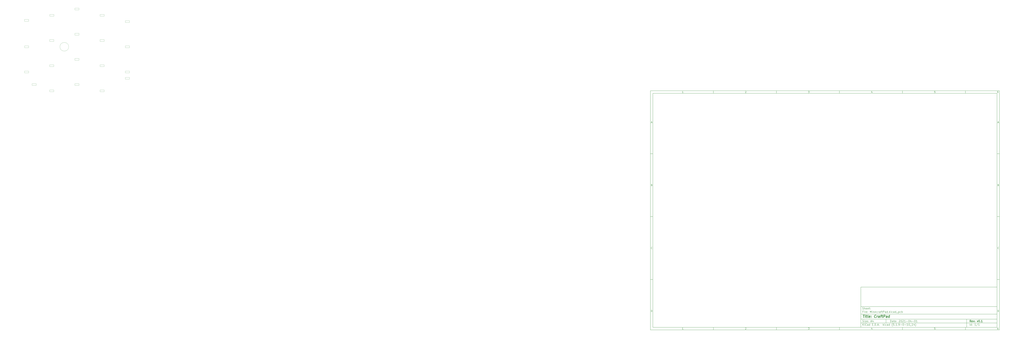
<source format=gbr>
%TF.GenerationSoftware,KiCad,Pcbnew,(5.1.9-0-10_14)*%
%TF.CreationDate,2021-04-02T00:26:10+08:00*%
%TF.ProjectId,MinecraftPad,4d696e65-6372-4616-9674-5061642e6b69,v0.1*%
%TF.SameCoordinates,Original*%
%TF.FileFunction,Other,User*%
%FSLAX46Y46*%
G04 Gerber Fmt 4.6, Leading zero omitted, Abs format (unit mm)*
G04 Created by KiCad (PCBNEW (5.1.9-0-10_14)) date 2021-04-02 00:26:10*
%MOMM*%
%LPD*%
G01*
G04 APERTURE LIST*
%ADD10C,0.100000*%
%ADD11C,0.150000*%
%ADD12C,0.300000*%
%ADD13C,0.400000*%
%ADD14C,0.050000*%
G04 APERTURE END LIST*
D10*
D11*
X177002200Y-166007200D02*
X177002200Y-198007200D01*
X285002200Y-198007200D01*
X285002200Y-166007200D01*
X177002200Y-166007200D01*
D10*
D11*
X10000000Y-10000000D02*
X10000000Y-200007200D01*
X287002200Y-200007200D01*
X287002200Y-10000000D01*
X10000000Y-10000000D01*
D10*
D11*
X12000000Y-12000000D02*
X12000000Y-198007200D01*
X285002200Y-198007200D01*
X285002200Y-12000000D01*
X12000000Y-12000000D01*
D10*
D11*
X60000000Y-12000000D02*
X60000000Y-10000000D01*
D10*
D11*
X110000000Y-12000000D02*
X110000000Y-10000000D01*
D10*
D11*
X160000000Y-12000000D02*
X160000000Y-10000000D01*
D10*
D11*
X210000000Y-12000000D02*
X210000000Y-10000000D01*
D10*
D11*
X260000000Y-12000000D02*
X260000000Y-10000000D01*
D10*
D11*
X36065476Y-11588095D02*
X35322619Y-11588095D01*
X35694047Y-11588095D02*
X35694047Y-10288095D01*
X35570238Y-10473809D01*
X35446428Y-10597619D01*
X35322619Y-10659523D01*
D10*
D11*
X85322619Y-10411904D02*
X85384523Y-10350000D01*
X85508333Y-10288095D01*
X85817857Y-10288095D01*
X85941666Y-10350000D01*
X86003571Y-10411904D01*
X86065476Y-10535714D01*
X86065476Y-10659523D01*
X86003571Y-10845238D01*
X85260714Y-11588095D01*
X86065476Y-11588095D01*
D10*
D11*
X135260714Y-10288095D02*
X136065476Y-10288095D01*
X135632142Y-10783333D01*
X135817857Y-10783333D01*
X135941666Y-10845238D01*
X136003571Y-10907142D01*
X136065476Y-11030952D01*
X136065476Y-11340476D01*
X136003571Y-11464285D01*
X135941666Y-11526190D01*
X135817857Y-11588095D01*
X135446428Y-11588095D01*
X135322619Y-11526190D01*
X135260714Y-11464285D01*
D10*
D11*
X185941666Y-10721428D02*
X185941666Y-11588095D01*
X185632142Y-10226190D02*
X185322619Y-11154761D01*
X186127380Y-11154761D01*
D10*
D11*
X236003571Y-10288095D02*
X235384523Y-10288095D01*
X235322619Y-10907142D01*
X235384523Y-10845238D01*
X235508333Y-10783333D01*
X235817857Y-10783333D01*
X235941666Y-10845238D01*
X236003571Y-10907142D01*
X236065476Y-11030952D01*
X236065476Y-11340476D01*
X236003571Y-11464285D01*
X235941666Y-11526190D01*
X235817857Y-11588095D01*
X235508333Y-11588095D01*
X235384523Y-11526190D01*
X235322619Y-11464285D01*
D10*
D11*
X285941666Y-10288095D02*
X285694047Y-10288095D01*
X285570238Y-10350000D01*
X285508333Y-10411904D01*
X285384523Y-10597619D01*
X285322619Y-10845238D01*
X285322619Y-11340476D01*
X285384523Y-11464285D01*
X285446428Y-11526190D01*
X285570238Y-11588095D01*
X285817857Y-11588095D01*
X285941666Y-11526190D01*
X286003571Y-11464285D01*
X286065476Y-11340476D01*
X286065476Y-11030952D01*
X286003571Y-10907142D01*
X285941666Y-10845238D01*
X285817857Y-10783333D01*
X285570238Y-10783333D01*
X285446428Y-10845238D01*
X285384523Y-10907142D01*
X285322619Y-11030952D01*
D10*
D11*
X60000000Y-198007200D02*
X60000000Y-200007200D01*
D10*
D11*
X110000000Y-198007200D02*
X110000000Y-200007200D01*
D10*
D11*
X160000000Y-198007200D02*
X160000000Y-200007200D01*
D10*
D11*
X210000000Y-198007200D02*
X210000000Y-200007200D01*
D10*
D11*
X260000000Y-198007200D02*
X260000000Y-200007200D01*
D10*
D11*
X36065476Y-199595295D02*
X35322619Y-199595295D01*
X35694047Y-199595295D02*
X35694047Y-198295295D01*
X35570238Y-198481009D01*
X35446428Y-198604819D01*
X35322619Y-198666723D01*
D10*
D11*
X85322619Y-198419104D02*
X85384523Y-198357200D01*
X85508333Y-198295295D01*
X85817857Y-198295295D01*
X85941666Y-198357200D01*
X86003571Y-198419104D01*
X86065476Y-198542914D01*
X86065476Y-198666723D01*
X86003571Y-198852438D01*
X85260714Y-199595295D01*
X86065476Y-199595295D01*
D10*
D11*
X135260714Y-198295295D02*
X136065476Y-198295295D01*
X135632142Y-198790533D01*
X135817857Y-198790533D01*
X135941666Y-198852438D01*
X136003571Y-198914342D01*
X136065476Y-199038152D01*
X136065476Y-199347676D01*
X136003571Y-199471485D01*
X135941666Y-199533390D01*
X135817857Y-199595295D01*
X135446428Y-199595295D01*
X135322619Y-199533390D01*
X135260714Y-199471485D01*
D10*
D11*
X185941666Y-198728628D02*
X185941666Y-199595295D01*
X185632142Y-198233390D02*
X185322619Y-199161961D01*
X186127380Y-199161961D01*
D10*
D11*
X236003571Y-198295295D02*
X235384523Y-198295295D01*
X235322619Y-198914342D01*
X235384523Y-198852438D01*
X235508333Y-198790533D01*
X235817857Y-198790533D01*
X235941666Y-198852438D01*
X236003571Y-198914342D01*
X236065476Y-199038152D01*
X236065476Y-199347676D01*
X236003571Y-199471485D01*
X235941666Y-199533390D01*
X235817857Y-199595295D01*
X235508333Y-199595295D01*
X235384523Y-199533390D01*
X235322619Y-199471485D01*
D10*
D11*
X285941666Y-198295295D02*
X285694047Y-198295295D01*
X285570238Y-198357200D01*
X285508333Y-198419104D01*
X285384523Y-198604819D01*
X285322619Y-198852438D01*
X285322619Y-199347676D01*
X285384523Y-199471485D01*
X285446428Y-199533390D01*
X285570238Y-199595295D01*
X285817857Y-199595295D01*
X285941666Y-199533390D01*
X286003571Y-199471485D01*
X286065476Y-199347676D01*
X286065476Y-199038152D01*
X286003571Y-198914342D01*
X285941666Y-198852438D01*
X285817857Y-198790533D01*
X285570238Y-198790533D01*
X285446428Y-198852438D01*
X285384523Y-198914342D01*
X285322619Y-199038152D01*
D10*
D11*
X10000000Y-60000000D02*
X12000000Y-60000000D01*
D10*
D11*
X10000000Y-110000000D02*
X12000000Y-110000000D01*
D10*
D11*
X10000000Y-160000000D02*
X12000000Y-160000000D01*
D10*
D11*
X10690476Y-35216666D02*
X11309523Y-35216666D01*
X10566666Y-35588095D02*
X11000000Y-34288095D01*
X11433333Y-35588095D01*
D10*
D11*
X11092857Y-84907142D02*
X11278571Y-84969047D01*
X11340476Y-85030952D01*
X11402380Y-85154761D01*
X11402380Y-85340476D01*
X11340476Y-85464285D01*
X11278571Y-85526190D01*
X11154761Y-85588095D01*
X10659523Y-85588095D01*
X10659523Y-84288095D01*
X11092857Y-84288095D01*
X11216666Y-84350000D01*
X11278571Y-84411904D01*
X11340476Y-84535714D01*
X11340476Y-84659523D01*
X11278571Y-84783333D01*
X11216666Y-84845238D01*
X11092857Y-84907142D01*
X10659523Y-84907142D01*
D10*
D11*
X11402380Y-135464285D02*
X11340476Y-135526190D01*
X11154761Y-135588095D01*
X11030952Y-135588095D01*
X10845238Y-135526190D01*
X10721428Y-135402380D01*
X10659523Y-135278571D01*
X10597619Y-135030952D01*
X10597619Y-134845238D01*
X10659523Y-134597619D01*
X10721428Y-134473809D01*
X10845238Y-134350000D01*
X11030952Y-134288095D01*
X11154761Y-134288095D01*
X11340476Y-134350000D01*
X11402380Y-134411904D01*
D10*
D11*
X10659523Y-185588095D02*
X10659523Y-184288095D01*
X10969047Y-184288095D01*
X11154761Y-184350000D01*
X11278571Y-184473809D01*
X11340476Y-184597619D01*
X11402380Y-184845238D01*
X11402380Y-185030952D01*
X11340476Y-185278571D01*
X11278571Y-185402380D01*
X11154761Y-185526190D01*
X10969047Y-185588095D01*
X10659523Y-185588095D01*
D10*
D11*
X287002200Y-60000000D02*
X285002200Y-60000000D01*
D10*
D11*
X287002200Y-110000000D02*
X285002200Y-110000000D01*
D10*
D11*
X287002200Y-160000000D02*
X285002200Y-160000000D01*
D10*
D11*
X285692676Y-35216666D02*
X286311723Y-35216666D01*
X285568866Y-35588095D02*
X286002200Y-34288095D01*
X286435533Y-35588095D01*
D10*
D11*
X286095057Y-84907142D02*
X286280771Y-84969047D01*
X286342676Y-85030952D01*
X286404580Y-85154761D01*
X286404580Y-85340476D01*
X286342676Y-85464285D01*
X286280771Y-85526190D01*
X286156961Y-85588095D01*
X285661723Y-85588095D01*
X285661723Y-84288095D01*
X286095057Y-84288095D01*
X286218866Y-84350000D01*
X286280771Y-84411904D01*
X286342676Y-84535714D01*
X286342676Y-84659523D01*
X286280771Y-84783333D01*
X286218866Y-84845238D01*
X286095057Y-84907142D01*
X285661723Y-84907142D01*
D10*
D11*
X286404580Y-135464285D02*
X286342676Y-135526190D01*
X286156961Y-135588095D01*
X286033152Y-135588095D01*
X285847438Y-135526190D01*
X285723628Y-135402380D01*
X285661723Y-135278571D01*
X285599819Y-135030952D01*
X285599819Y-134845238D01*
X285661723Y-134597619D01*
X285723628Y-134473809D01*
X285847438Y-134350000D01*
X286033152Y-134288095D01*
X286156961Y-134288095D01*
X286342676Y-134350000D01*
X286404580Y-134411904D01*
D10*
D11*
X285661723Y-185588095D02*
X285661723Y-184288095D01*
X285971247Y-184288095D01*
X286156961Y-184350000D01*
X286280771Y-184473809D01*
X286342676Y-184597619D01*
X286404580Y-184845238D01*
X286404580Y-185030952D01*
X286342676Y-185278571D01*
X286280771Y-185402380D01*
X286156961Y-185526190D01*
X285971247Y-185588095D01*
X285661723Y-185588095D01*
D10*
D11*
X200434342Y-193785771D02*
X200434342Y-192285771D01*
X200791485Y-192285771D01*
X201005771Y-192357200D01*
X201148628Y-192500057D01*
X201220057Y-192642914D01*
X201291485Y-192928628D01*
X201291485Y-193142914D01*
X201220057Y-193428628D01*
X201148628Y-193571485D01*
X201005771Y-193714342D01*
X200791485Y-193785771D01*
X200434342Y-193785771D01*
X202577200Y-193785771D02*
X202577200Y-193000057D01*
X202505771Y-192857200D01*
X202362914Y-192785771D01*
X202077200Y-192785771D01*
X201934342Y-192857200D01*
X202577200Y-193714342D02*
X202434342Y-193785771D01*
X202077200Y-193785771D01*
X201934342Y-193714342D01*
X201862914Y-193571485D01*
X201862914Y-193428628D01*
X201934342Y-193285771D01*
X202077200Y-193214342D01*
X202434342Y-193214342D01*
X202577200Y-193142914D01*
X203077200Y-192785771D02*
X203648628Y-192785771D01*
X203291485Y-192285771D02*
X203291485Y-193571485D01*
X203362914Y-193714342D01*
X203505771Y-193785771D01*
X203648628Y-193785771D01*
X204720057Y-193714342D02*
X204577200Y-193785771D01*
X204291485Y-193785771D01*
X204148628Y-193714342D01*
X204077200Y-193571485D01*
X204077200Y-193000057D01*
X204148628Y-192857200D01*
X204291485Y-192785771D01*
X204577200Y-192785771D01*
X204720057Y-192857200D01*
X204791485Y-193000057D01*
X204791485Y-193142914D01*
X204077200Y-193285771D01*
X205434342Y-193642914D02*
X205505771Y-193714342D01*
X205434342Y-193785771D01*
X205362914Y-193714342D01*
X205434342Y-193642914D01*
X205434342Y-193785771D01*
X205434342Y-192857200D02*
X205505771Y-192928628D01*
X205434342Y-193000057D01*
X205362914Y-192928628D01*
X205434342Y-192857200D01*
X205434342Y-193000057D01*
X207220057Y-192428628D02*
X207291485Y-192357200D01*
X207434342Y-192285771D01*
X207791485Y-192285771D01*
X207934342Y-192357200D01*
X208005771Y-192428628D01*
X208077200Y-192571485D01*
X208077200Y-192714342D01*
X208005771Y-192928628D01*
X207148628Y-193785771D01*
X208077200Y-193785771D01*
X209005771Y-192285771D02*
X209148628Y-192285771D01*
X209291485Y-192357200D01*
X209362914Y-192428628D01*
X209434342Y-192571485D01*
X209505771Y-192857200D01*
X209505771Y-193214342D01*
X209434342Y-193500057D01*
X209362914Y-193642914D01*
X209291485Y-193714342D01*
X209148628Y-193785771D01*
X209005771Y-193785771D01*
X208862914Y-193714342D01*
X208791485Y-193642914D01*
X208720057Y-193500057D01*
X208648628Y-193214342D01*
X208648628Y-192857200D01*
X208720057Y-192571485D01*
X208791485Y-192428628D01*
X208862914Y-192357200D01*
X209005771Y-192285771D01*
X210077200Y-192428628D02*
X210148628Y-192357200D01*
X210291485Y-192285771D01*
X210648628Y-192285771D01*
X210791485Y-192357200D01*
X210862914Y-192428628D01*
X210934342Y-192571485D01*
X210934342Y-192714342D01*
X210862914Y-192928628D01*
X210005771Y-193785771D01*
X210934342Y-193785771D01*
X212362914Y-193785771D02*
X211505771Y-193785771D01*
X211934342Y-193785771D02*
X211934342Y-192285771D01*
X211791485Y-192500057D01*
X211648628Y-192642914D01*
X211505771Y-192714342D01*
X213005771Y-193214342D02*
X214148628Y-193214342D01*
X215148628Y-192285771D02*
X215291485Y-192285771D01*
X215434342Y-192357200D01*
X215505771Y-192428628D01*
X215577200Y-192571485D01*
X215648628Y-192857200D01*
X215648628Y-193214342D01*
X215577200Y-193500057D01*
X215505771Y-193642914D01*
X215434342Y-193714342D01*
X215291485Y-193785771D01*
X215148628Y-193785771D01*
X215005771Y-193714342D01*
X214934342Y-193642914D01*
X214862914Y-193500057D01*
X214791485Y-193214342D01*
X214791485Y-192857200D01*
X214862914Y-192571485D01*
X214934342Y-192428628D01*
X215005771Y-192357200D01*
X215148628Y-192285771D01*
X216934342Y-192785771D02*
X216934342Y-193785771D01*
X216577200Y-192214342D02*
X216220057Y-193285771D01*
X217148628Y-193285771D01*
X217720057Y-193214342D02*
X218862914Y-193214342D01*
X219862914Y-192285771D02*
X220005771Y-192285771D01*
X220148628Y-192357200D01*
X220220057Y-192428628D01*
X220291485Y-192571485D01*
X220362914Y-192857200D01*
X220362914Y-193214342D01*
X220291485Y-193500057D01*
X220220057Y-193642914D01*
X220148628Y-193714342D01*
X220005771Y-193785771D01*
X219862914Y-193785771D01*
X219720057Y-193714342D01*
X219648628Y-193642914D01*
X219577200Y-193500057D01*
X219505771Y-193214342D01*
X219505771Y-192857200D01*
X219577200Y-192571485D01*
X219648628Y-192428628D01*
X219720057Y-192357200D01*
X219862914Y-192285771D01*
X221791485Y-193785771D02*
X220934342Y-193785771D01*
X221362914Y-193785771D02*
X221362914Y-192285771D01*
X221220057Y-192500057D01*
X221077200Y-192642914D01*
X220934342Y-192714342D01*
D10*
D11*
X177002200Y-194507200D02*
X285002200Y-194507200D01*
D10*
D11*
X178434342Y-196585771D02*
X178434342Y-195085771D01*
X179291485Y-196585771D02*
X178648628Y-195728628D01*
X179291485Y-195085771D02*
X178434342Y-195942914D01*
X179934342Y-196585771D02*
X179934342Y-195585771D01*
X179934342Y-195085771D02*
X179862914Y-195157200D01*
X179934342Y-195228628D01*
X180005771Y-195157200D01*
X179934342Y-195085771D01*
X179934342Y-195228628D01*
X181505771Y-196442914D02*
X181434342Y-196514342D01*
X181220057Y-196585771D01*
X181077200Y-196585771D01*
X180862914Y-196514342D01*
X180720057Y-196371485D01*
X180648628Y-196228628D01*
X180577200Y-195942914D01*
X180577200Y-195728628D01*
X180648628Y-195442914D01*
X180720057Y-195300057D01*
X180862914Y-195157200D01*
X181077200Y-195085771D01*
X181220057Y-195085771D01*
X181434342Y-195157200D01*
X181505771Y-195228628D01*
X182791485Y-196585771D02*
X182791485Y-195800057D01*
X182720057Y-195657200D01*
X182577200Y-195585771D01*
X182291485Y-195585771D01*
X182148628Y-195657200D01*
X182791485Y-196514342D02*
X182648628Y-196585771D01*
X182291485Y-196585771D01*
X182148628Y-196514342D01*
X182077200Y-196371485D01*
X182077200Y-196228628D01*
X182148628Y-196085771D01*
X182291485Y-196014342D01*
X182648628Y-196014342D01*
X182791485Y-195942914D01*
X184148628Y-196585771D02*
X184148628Y-195085771D01*
X184148628Y-196514342D02*
X184005771Y-196585771D01*
X183720057Y-196585771D01*
X183577200Y-196514342D01*
X183505771Y-196442914D01*
X183434342Y-196300057D01*
X183434342Y-195871485D01*
X183505771Y-195728628D01*
X183577200Y-195657200D01*
X183720057Y-195585771D01*
X184005771Y-195585771D01*
X184148628Y-195657200D01*
X186005771Y-195800057D02*
X186505771Y-195800057D01*
X186720057Y-196585771D02*
X186005771Y-196585771D01*
X186005771Y-195085771D01*
X186720057Y-195085771D01*
X187362914Y-196442914D02*
X187434342Y-196514342D01*
X187362914Y-196585771D01*
X187291485Y-196514342D01*
X187362914Y-196442914D01*
X187362914Y-196585771D01*
X188077200Y-196585771D02*
X188077200Y-195085771D01*
X188434342Y-195085771D01*
X188648628Y-195157200D01*
X188791485Y-195300057D01*
X188862914Y-195442914D01*
X188934342Y-195728628D01*
X188934342Y-195942914D01*
X188862914Y-196228628D01*
X188791485Y-196371485D01*
X188648628Y-196514342D01*
X188434342Y-196585771D01*
X188077200Y-196585771D01*
X189577200Y-196442914D02*
X189648628Y-196514342D01*
X189577200Y-196585771D01*
X189505771Y-196514342D01*
X189577200Y-196442914D01*
X189577200Y-196585771D01*
X190220057Y-196157200D02*
X190934342Y-196157200D01*
X190077200Y-196585771D02*
X190577200Y-195085771D01*
X191077200Y-196585771D01*
X191577200Y-196442914D02*
X191648628Y-196514342D01*
X191577200Y-196585771D01*
X191505771Y-196514342D01*
X191577200Y-196442914D01*
X191577200Y-196585771D01*
X194577200Y-196585771D02*
X194577200Y-195085771D01*
X194720057Y-196014342D02*
X195148628Y-196585771D01*
X195148628Y-195585771D02*
X194577200Y-196157200D01*
X195791485Y-196585771D02*
X195791485Y-195585771D01*
X195791485Y-195085771D02*
X195720057Y-195157200D01*
X195791485Y-195228628D01*
X195862914Y-195157200D01*
X195791485Y-195085771D01*
X195791485Y-195228628D01*
X197148628Y-196514342D02*
X197005771Y-196585771D01*
X196720057Y-196585771D01*
X196577200Y-196514342D01*
X196505771Y-196442914D01*
X196434342Y-196300057D01*
X196434342Y-195871485D01*
X196505771Y-195728628D01*
X196577200Y-195657200D01*
X196720057Y-195585771D01*
X197005771Y-195585771D01*
X197148628Y-195657200D01*
X198434342Y-196585771D02*
X198434342Y-195800057D01*
X198362914Y-195657200D01*
X198220057Y-195585771D01*
X197934342Y-195585771D01*
X197791485Y-195657200D01*
X198434342Y-196514342D02*
X198291485Y-196585771D01*
X197934342Y-196585771D01*
X197791485Y-196514342D01*
X197720057Y-196371485D01*
X197720057Y-196228628D01*
X197791485Y-196085771D01*
X197934342Y-196014342D01*
X198291485Y-196014342D01*
X198434342Y-195942914D01*
X199791485Y-196585771D02*
X199791485Y-195085771D01*
X199791485Y-196514342D02*
X199648628Y-196585771D01*
X199362914Y-196585771D01*
X199220057Y-196514342D01*
X199148628Y-196442914D01*
X199077200Y-196300057D01*
X199077200Y-195871485D01*
X199148628Y-195728628D01*
X199220057Y-195657200D01*
X199362914Y-195585771D01*
X199648628Y-195585771D01*
X199791485Y-195657200D01*
X202077200Y-197157200D02*
X202005771Y-197085771D01*
X201862914Y-196871485D01*
X201791485Y-196728628D01*
X201720057Y-196514342D01*
X201648628Y-196157200D01*
X201648628Y-195871485D01*
X201720057Y-195514342D01*
X201791485Y-195300057D01*
X201862914Y-195157200D01*
X202005771Y-194942914D01*
X202077200Y-194871485D01*
X203362914Y-195085771D02*
X202648628Y-195085771D01*
X202577200Y-195800057D01*
X202648628Y-195728628D01*
X202791485Y-195657200D01*
X203148628Y-195657200D01*
X203291485Y-195728628D01*
X203362914Y-195800057D01*
X203434342Y-195942914D01*
X203434342Y-196300057D01*
X203362914Y-196442914D01*
X203291485Y-196514342D01*
X203148628Y-196585771D01*
X202791485Y-196585771D01*
X202648628Y-196514342D01*
X202577200Y-196442914D01*
X204077200Y-196442914D02*
X204148628Y-196514342D01*
X204077200Y-196585771D01*
X204005771Y-196514342D01*
X204077200Y-196442914D01*
X204077200Y-196585771D01*
X205577200Y-196585771D02*
X204720057Y-196585771D01*
X205148628Y-196585771D02*
X205148628Y-195085771D01*
X205005771Y-195300057D01*
X204862914Y-195442914D01*
X204720057Y-195514342D01*
X206220057Y-196442914D02*
X206291485Y-196514342D01*
X206220057Y-196585771D01*
X206148628Y-196514342D01*
X206220057Y-196442914D01*
X206220057Y-196585771D01*
X207005771Y-196585771D02*
X207291485Y-196585771D01*
X207434342Y-196514342D01*
X207505771Y-196442914D01*
X207648628Y-196228628D01*
X207720057Y-195942914D01*
X207720057Y-195371485D01*
X207648628Y-195228628D01*
X207577200Y-195157200D01*
X207434342Y-195085771D01*
X207148628Y-195085771D01*
X207005771Y-195157200D01*
X206934342Y-195228628D01*
X206862914Y-195371485D01*
X206862914Y-195728628D01*
X206934342Y-195871485D01*
X207005771Y-195942914D01*
X207148628Y-196014342D01*
X207434342Y-196014342D01*
X207577200Y-195942914D01*
X207648628Y-195871485D01*
X207720057Y-195728628D01*
X208362914Y-196014342D02*
X209505771Y-196014342D01*
X210505771Y-195085771D02*
X210648628Y-195085771D01*
X210791485Y-195157200D01*
X210862914Y-195228628D01*
X210934342Y-195371485D01*
X211005771Y-195657200D01*
X211005771Y-196014342D01*
X210934342Y-196300057D01*
X210862914Y-196442914D01*
X210791485Y-196514342D01*
X210648628Y-196585771D01*
X210505771Y-196585771D01*
X210362914Y-196514342D01*
X210291485Y-196442914D01*
X210220057Y-196300057D01*
X210148628Y-196014342D01*
X210148628Y-195657200D01*
X210220057Y-195371485D01*
X210291485Y-195228628D01*
X210362914Y-195157200D01*
X210505771Y-195085771D01*
X211648628Y-196014342D02*
X212791485Y-196014342D01*
X214291485Y-196585771D02*
X213434342Y-196585771D01*
X213862914Y-196585771D02*
X213862914Y-195085771D01*
X213720057Y-195300057D01*
X213577200Y-195442914D01*
X213434342Y-195514342D01*
X215220057Y-195085771D02*
X215362914Y-195085771D01*
X215505771Y-195157200D01*
X215577200Y-195228628D01*
X215648628Y-195371485D01*
X215720057Y-195657200D01*
X215720057Y-196014342D01*
X215648628Y-196300057D01*
X215577200Y-196442914D01*
X215505771Y-196514342D01*
X215362914Y-196585771D01*
X215220057Y-196585771D01*
X215077200Y-196514342D01*
X215005771Y-196442914D01*
X214934342Y-196300057D01*
X214862914Y-196014342D01*
X214862914Y-195657200D01*
X214934342Y-195371485D01*
X215005771Y-195228628D01*
X215077200Y-195157200D01*
X215220057Y-195085771D01*
X216005771Y-196728628D02*
X217148628Y-196728628D01*
X218291485Y-196585771D02*
X217434342Y-196585771D01*
X217862914Y-196585771D02*
X217862914Y-195085771D01*
X217720057Y-195300057D01*
X217577200Y-195442914D01*
X217434342Y-195514342D01*
X219577200Y-195585771D02*
X219577200Y-196585771D01*
X219220057Y-195014342D02*
X218862914Y-196085771D01*
X219791485Y-196085771D01*
X220220057Y-197157200D02*
X220291485Y-197085771D01*
X220434342Y-196871485D01*
X220505771Y-196728628D01*
X220577200Y-196514342D01*
X220648628Y-196157200D01*
X220648628Y-195871485D01*
X220577200Y-195514342D01*
X220505771Y-195300057D01*
X220434342Y-195157200D01*
X220291485Y-194942914D01*
X220220057Y-194871485D01*
D10*
D11*
X177002200Y-191507200D02*
X285002200Y-191507200D01*
D10*
D12*
X264411485Y-193785771D02*
X263911485Y-193071485D01*
X263554342Y-193785771D02*
X263554342Y-192285771D01*
X264125771Y-192285771D01*
X264268628Y-192357200D01*
X264340057Y-192428628D01*
X264411485Y-192571485D01*
X264411485Y-192785771D01*
X264340057Y-192928628D01*
X264268628Y-193000057D01*
X264125771Y-193071485D01*
X263554342Y-193071485D01*
X265625771Y-193714342D02*
X265482914Y-193785771D01*
X265197200Y-193785771D01*
X265054342Y-193714342D01*
X264982914Y-193571485D01*
X264982914Y-193000057D01*
X265054342Y-192857200D01*
X265197200Y-192785771D01*
X265482914Y-192785771D01*
X265625771Y-192857200D01*
X265697200Y-193000057D01*
X265697200Y-193142914D01*
X264982914Y-193285771D01*
X266197200Y-192785771D02*
X266554342Y-193785771D01*
X266911485Y-192785771D01*
X267482914Y-193642914D02*
X267554342Y-193714342D01*
X267482914Y-193785771D01*
X267411485Y-193714342D01*
X267482914Y-193642914D01*
X267482914Y-193785771D01*
X267482914Y-192857200D02*
X267554342Y-192928628D01*
X267482914Y-193000057D01*
X267411485Y-192928628D01*
X267482914Y-192857200D01*
X267482914Y-193000057D01*
X269197200Y-192785771D02*
X269554342Y-193785771D01*
X269911485Y-192785771D01*
X270768628Y-192285771D02*
X270911485Y-192285771D01*
X271054342Y-192357200D01*
X271125771Y-192428628D01*
X271197200Y-192571485D01*
X271268628Y-192857200D01*
X271268628Y-193214342D01*
X271197200Y-193500057D01*
X271125771Y-193642914D01*
X271054342Y-193714342D01*
X270911485Y-193785771D01*
X270768628Y-193785771D01*
X270625771Y-193714342D01*
X270554342Y-193642914D01*
X270482914Y-193500057D01*
X270411485Y-193214342D01*
X270411485Y-192857200D01*
X270482914Y-192571485D01*
X270554342Y-192428628D01*
X270625771Y-192357200D01*
X270768628Y-192285771D01*
X271911485Y-193642914D02*
X271982914Y-193714342D01*
X271911485Y-193785771D01*
X271840057Y-193714342D01*
X271911485Y-193642914D01*
X271911485Y-193785771D01*
X273411485Y-193785771D02*
X272554342Y-193785771D01*
X272982914Y-193785771D02*
X272982914Y-192285771D01*
X272840057Y-192500057D01*
X272697200Y-192642914D01*
X272554342Y-192714342D01*
D10*
D11*
X178362914Y-193714342D02*
X178577200Y-193785771D01*
X178934342Y-193785771D01*
X179077200Y-193714342D01*
X179148628Y-193642914D01*
X179220057Y-193500057D01*
X179220057Y-193357200D01*
X179148628Y-193214342D01*
X179077200Y-193142914D01*
X178934342Y-193071485D01*
X178648628Y-193000057D01*
X178505771Y-192928628D01*
X178434342Y-192857200D01*
X178362914Y-192714342D01*
X178362914Y-192571485D01*
X178434342Y-192428628D01*
X178505771Y-192357200D01*
X178648628Y-192285771D01*
X179005771Y-192285771D01*
X179220057Y-192357200D01*
X179862914Y-193785771D02*
X179862914Y-192785771D01*
X179862914Y-192285771D02*
X179791485Y-192357200D01*
X179862914Y-192428628D01*
X179934342Y-192357200D01*
X179862914Y-192285771D01*
X179862914Y-192428628D01*
X180434342Y-192785771D02*
X181220057Y-192785771D01*
X180434342Y-193785771D01*
X181220057Y-193785771D01*
X182362914Y-193714342D02*
X182220057Y-193785771D01*
X181934342Y-193785771D01*
X181791485Y-193714342D01*
X181720057Y-193571485D01*
X181720057Y-193000057D01*
X181791485Y-192857200D01*
X181934342Y-192785771D01*
X182220057Y-192785771D01*
X182362914Y-192857200D01*
X182434342Y-193000057D01*
X182434342Y-193142914D01*
X181720057Y-193285771D01*
X183077200Y-193642914D02*
X183148628Y-193714342D01*
X183077200Y-193785771D01*
X183005771Y-193714342D01*
X183077200Y-193642914D01*
X183077200Y-193785771D01*
X183077200Y-192857200D02*
X183148628Y-192928628D01*
X183077200Y-193000057D01*
X183005771Y-192928628D01*
X183077200Y-192857200D01*
X183077200Y-193000057D01*
X184862914Y-193357200D02*
X185577200Y-193357200D01*
X184720057Y-193785771D02*
X185220057Y-192285771D01*
X185720057Y-193785771D01*
X186862914Y-192785771D02*
X186862914Y-193785771D01*
X186505771Y-192214342D02*
X186148628Y-193285771D01*
X187077200Y-193285771D01*
D10*
D11*
X263434342Y-196585771D02*
X263434342Y-195085771D01*
X264791485Y-196585771D02*
X264791485Y-195085771D01*
X264791485Y-196514342D02*
X264648628Y-196585771D01*
X264362914Y-196585771D01*
X264220057Y-196514342D01*
X264148628Y-196442914D01*
X264077200Y-196300057D01*
X264077200Y-195871485D01*
X264148628Y-195728628D01*
X264220057Y-195657200D01*
X264362914Y-195585771D01*
X264648628Y-195585771D01*
X264791485Y-195657200D01*
X265505771Y-196442914D02*
X265577200Y-196514342D01*
X265505771Y-196585771D01*
X265434342Y-196514342D01*
X265505771Y-196442914D01*
X265505771Y-196585771D01*
X265505771Y-195657200D02*
X265577200Y-195728628D01*
X265505771Y-195800057D01*
X265434342Y-195728628D01*
X265505771Y-195657200D01*
X265505771Y-195800057D01*
X268148628Y-196585771D02*
X267291485Y-196585771D01*
X267720057Y-196585771D02*
X267720057Y-195085771D01*
X267577200Y-195300057D01*
X267434342Y-195442914D01*
X267291485Y-195514342D01*
X269862914Y-195014342D02*
X268577200Y-196942914D01*
X271148628Y-196585771D02*
X270291485Y-196585771D01*
X270720057Y-196585771D02*
X270720057Y-195085771D01*
X270577200Y-195300057D01*
X270434342Y-195442914D01*
X270291485Y-195514342D01*
D10*
D11*
X177002200Y-187507200D02*
X285002200Y-187507200D01*
D10*
D13*
X178714580Y-188211961D02*
X179857438Y-188211961D01*
X179036009Y-190211961D02*
X179286009Y-188211961D01*
X180274104Y-190211961D02*
X180440771Y-188878628D01*
X180524104Y-188211961D02*
X180416961Y-188307200D01*
X180500295Y-188402438D01*
X180607438Y-188307200D01*
X180524104Y-188211961D01*
X180500295Y-188402438D01*
X181107438Y-188878628D02*
X181869342Y-188878628D01*
X181476485Y-188211961D02*
X181262200Y-189926247D01*
X181333628Y-190116723D01*
X181512200Y-190211961D01*
X181702676Y-190211961D01*
X182655057Y-190211961D02*
X182476485Y-190116723D01*
X182405057Y-189926247D01*
X182619342Y-188211961D01*
X184190771Y-190116723D02*
X183988390Y-190211961D01*
X183607438Y-190211961D01*
X183428866Y-190116723D01*
X183357438Y-189926247D01*
X183452676Y-189164342D01*
X183571723Y-188973866D01*
X183774104Y-188878628D01*
X184155057Y-188878628D01*
X184333628Y-188973866D01*
X184405057Y-189164342D01*
X184381247Y-189354819D01*
X183405057Y-189545295D01*
X185155057Y-190021485D02*
X185238390Y-190116723D01*
X185131247Y-190211961D01*
X185047914Y-190116723D01*
X185155057Y-190021485D01*
X185131247Y-190211961D01*
X185286009Y-188973866D02*
X185369342Y-189069104D01*
X185262200Y-189164342D01*
X185178866Y-189069104D01*
X185286009Y-188973866D01*
X185262200Y-189164342D01*
X188774104Y-190021485D02*
X188666961Y-190116723D01*
X188369342Y-190211961D01*
X188178866Y-190211961D01*
X187905057Y-190116723D01*
X187738390Y-189926247D01*
X187666961Y-189735771D01*
X187619342Y-189354819D01*
X187655057Y-189069104D01*
X187797914Y-188688152D01*
X187916961Y-188497676D01*
X188131247Y-188307200D01*
X188428866Y-188211961D01*
X188619342Y-188211961D01*
X188893152Y-188307200D01*
X188976485Y-188402438D01*
X189607438Y-190211961D02*
X189774104Y-188878628D01*
X189726485Y-189259580D02*
X189845533Y-189069104D01*
X189952676Y-188973866D01*
X190155057Y-188878628D01*
X190345533Y-188878628D01*
X191702676Y-190211961D02*
X191833628Y-189164342D01*
X191762200Y-188973866D01*
X191583628Y-188878628D01*
X191202676Y-188878628D01*
X191000295Y-188973866D01*
X191714580Y-190116723D02*
X191512200Y-190211961D01*
X191036009Y-190211961D01*
X190857438Y-190116723D01*
X190786009Y-189926247D01*
X190809819Y-189735771D01*
X190928866Y-189545295D01*
X191131247Y-189450057D01*
X191607438Y-189450057D01*
X191809819Y-189354819D01*
X192536009Y-188878628D02*
X193297914Y-188878628D01*
X192655057Y-190211961D02*
X192869342Y-188497676D01*
X192988390Y-188307200D01*
X193190771Y-188211961D01*
X193381247Y-188211961D01*
X193678866Y-188878628D02*
X194440771Y-188878628D01*
X194047914Y-188211961D02*
X193833628Y-189926247D01*
X193905057Y-190116723D01*
X194083628Y-190211961D01*
X194274104Y-190211961D01*
X194940771Y-190211961D02*
X195190771Y-188211961D01*
X195952676Y-188211961D01*
X196131247Y-188307200D01*
X196214580Y-188402438D01*
X196286009Y-188592914D01*
X196250295Y-188878628D01*
X196131247Y-189069104D01*
X196024104Y-189164342D01*
X195821723Y-189259580D01*
X195059819Y-189259580D01*
X197797914Y-190211961D02*
X197928866Y-189164342D01*
X197857438Y-188973866D01*
X197678866Y-188878628D01*
X197297914Y-188878628D01*
X197095533Y-188973866D01*
X197809819Y-190116723D02*
X197607438Y-190211961D01*
X197131247Y-190211961D01*
X196952676Y-190116723D01*
X196881247Y-189926247D01*
X196905057Y-189735771D01*
X197024104Y-189545295D01*
X197226485Y-189450057D01*
X197702676Y-189450057D01*
X197905057Y-189354819D01*
X199607438Y-190211961D02*
X199857438Y-188211961D01*
X199619342Y-190116723D02*
X199416961Y-190211961D01*
X199036009Y-190211961D01*
X198857438Y-190116723D01*
X198774104Y-190021485D01*
X198702676Y-189831009D01*
X198774104Y-189259580D01*
X198893152Y-189069104D01*
X199000295Y-188973866D01*
X199202676Y-188878628D01*
X199583628Y-188878628D01*
X199762200Y-188973866D01*
D10*
D11*
X178934342Y-185600057D02*
X178434342Y-185600057D01*
X178434342Y-186385771D02*
X178434342Y-184885771D01*
X179148628Y-184885771D01*
X179720057Y-186385771D02*
X179720057Y-185385771D01*
X179720057Y-184885771D02*
X179648628Y-184957200D01*
X179720057Y-185028628D01*
X179791485Y-184957200D01*
X179720057Y-184885771D01*
X179720057Y-185028628D01*
X180648628Y-186385771D02*
X180505771Y-186314342D01*
X180434342Y-186171485D01*
X180434342Y-184885771D01*
X181791485Y-186314342D02*
X181648628Y-186385771D01*
X181362914Y-186385771D01*
X181220057Y-186314342D01*
X181148628Y-186171485D01*
X181148628Y-185600057D01*
X181220057Y-185457200D01*
X181362914Y-185385771D01*
X181648628Y-185385771D01*
X181791485Y-185457200D01*
X181862914Y-185600057D01*
X181862914Y-185742914D01*
X181148628Y-185885771D01*
X182505771Y-186242914D02*
X182577200Y-186314342D01*
X182505771Y-186385771D01*
X182434342Y-186314342D01*
X182505771Y-186242914D01*
X182505771Y-186385771D01*
X182505771Y-185457200D02*
X182577200Y-185528628D01*
X182505771Y-185600057D01*
X182434342Y-185528628D01*
X182505771Y-185457200D01*
X182505771Y-185600057D01*
X184362914Y-186385771D02*
X184362914Y-184885771D01*
X184862914Y-185957200D01*
X185362914Y-184885771D01*
X185362914Y-186385771D01*
X186077200Y-186385771D02*
X186077200Y-185385771D01*
X186077200Y-184885771D02*
X186005771Y-184957200D01*
X186077200Y-185028628D01*
X186148628Y-184957200D01*
X186077200Y-184885771D01*
X186077200Y-185028628D01*
X186791485Y-185385771D02*
X186791485Y-186385771D01*
X186791485Y-185528628D02*
X186862914Y-185457200D01*
X187005771Y-185385771D01*
X187220057Y-185385771D01*
X187362914Y-185457200D01*
X187434342Y-185600057D01*
X187434342Y-186385771D01*
X188720057Y-186314342D02*
X188577200Y-186385771D01*
X188291485Y-186385771D01*
X188148628Y-186314342D01*
X188077200Y-186171485D01*
X188077200Y-185600057D01*
X188148628Y-185457200D01*
X188291485Y-185385771D01*
X188577200Y-185385771D01*
X188720057Y-185457200D01*
X188791485Y-185600057D01*
X188791485Y-185742914D01*
X188077200Y-185885771D01*
X190077200Y-186314342D02*
X189934342Y-186385771D01*
X189648628Y-186385771D01*
X189505771Y-186314342D01*
X189434342Y-186242914D01*
X189362914Y-186100057D01*
X189362914Y-185671485D01*
X189434342Y-185528628D01*
X189505771Y-185457200D01*
X189648628Y-185385771D01*
X189934342Y-185385771D01*
X190077200Y-185457200D01*
X190720057Y-186385771D02*
X190720057Y-185385771D01*
X190720057Y-185671485D02*
X190791485Y-185528628D01*
X190862914Y-185457200D01*
X191005771Y-185385771D01*
X191148628Y-185385771D01*
X192291485Y-186385771D02*
X192291485Y-185600057D01*
X192220057Y-185457200D01*
X192077200Y-185385771D01*
X191791485Y-185385771D01*
X191648628Y-185457200D01*
X192291485Y-186314342D02*
X192148628Y-186385771D01*
X191791485Y-186385771D01*
X191648628Y-186314342D01*
X191577200Y-186171485D01*
X191577200Y-186028628D01*
X191648628Y-185885771D01*
X191791485Y-185814342D01*
X192148628Y-185814342D01*
X192291485Y-185742914D01*
X192791485Y-185385771D02*
X193362914Y-185385771D01*
X193005771Y-186385771D02*
X193005771Y-185100057D01*
X193077200Y-184957200D01*
X193220057Y-184885771D01*
X193362914Y-184885771D01*
X193648628Y-185385771D02*
X194220057Y-185385771D01*
X193862914Y-184885771D02*
X193862914Y-186171485D01*
X193934342Y-186314342D01*
X194077200Y-186385771D01*
X194220057Y-186385771D01*
X194720057Y-186385771D02*
X194720057Y-184885771D01*
X195291485Y-184885771D01*
X195434342Y-184957200D01*
X195505771Y-185028628D01*
X195577200Y-185171485D01*
X195577200Y-185385771D01*
X195505771Y-185528628D01*
X195434342Y-185600057D01*
X195291485Y-185671485D01*
X194720057Y-185671485D01*
X196862914Y-186385771D02*
X196862914Y-185600057D01*
X196791485Y-185457200D01*
X196648628Y-185385771D01*
X196362914Y-185385771D01*
X196220057Y-185457200D01*
X196862914Y-186314342D02*
X196720057Y-186385771D01*
X196362914Y-186385771D01*
X196220057Y-186314342D01*
X196148628Y-186171485D01*
X196148628Y-186028628D01*
X196220057Y-185885771D01*
X196362914Y-185814342D01*
X196720057Y-185814342D01*
X196862914Y-185742914D01*
X198220057Y-186385771D02*
X198220057Y-184885771D01*
X198220057Y-186314342D02*
X198077200Y-186385771D01*
X197791485Y-186385771D01*
X197648628Y-186314342D01*
X197577200Y-186242914D01*
X197505771Y-186100057D01*
X197505771Y-185671485D01*
X197577200Y-185528628D01*
X197648628Y-185457200D01*
X197791485Y-185385771D01*
X198077200Y-185385771D01*
X198220057Y-185457200D01*
X198934342Y-186242914D02*
X199005771Y-186314342D01*
X198934342Y-186385771D01*
X198862914Y-186314342D01*
X198934342Y-186242914D01*
X198934342Y-186385771D01*
X199648628Y-186385771D02*
X199648628Y-184885771D01*
X199791485Y-185814342D02*
X200220057Y-186385771D01*
X200220057Y-185385771D02*
X199648628Y-185957200D01*
X200862914Y-186385771D02*
X200862914Y-185385771D01*
X200862914Y-184885771D02*
X200791485Y-184957200D01*
X200862914Y-185028628D01*
X200934342Y-184957200D01*
X200862914Y-184885771D01*
X200862914Y-185028628D01*
X202220057Y-186314342D02*
X202077200Y-186385771D01*
X201791485Y-186385771D01*
X201648628Y-186314342D01*
X201577200Y-186242914D01*
X201505771Y-186100057D01*
X201505771Y-185671485D01*
X201577200Y-185528628D01*
X201648628Y-185457200D01*
X201791485Y-185385771D01*
X202077200Y-185385771D01*
X202220057Y-185457200D01*
X203505771Y-186385771D02*
X203505771Y-185600057D01*
X203434342Y-185457200D01*
X203291485Y-185385771D01*
X203005771Y-185385771D01*
X202862914Y-185457200D01*
X203505771Y-186314342D02*
X203362914Y-186385771D01*
X203005771Y-186385771D01*
X202862914Y-186314342D01*
X202791485Y-186171485D01*
X202791485Y-186028628D01*
X202862914Y-185885771D01*
X203005771Y-185814342D01*
X203362914Y-185814342D01*
X203505771Y-185742914D01*
X204862914Y-186385771D02*
X204862914Y-184885771D01*
X204862914Y-186314342D02*
X204720057Y-186385771D01*
X204434342Y-186385771D01*
X204291485Y-186314342D01*
X204220057Y-186242914D01*
X204148628Y-186100057D01*
X204148628Y-185671485D01*
X204220057Y-185528628D01*
X204291485Y-185457200D01*
X204434342Y-185385771D01*
X204720057Y-185385771D01*
X204862914Y-185457200D01*
X205220057Y-186528628D02*
X206362914Y-186528628D01*
X206720057Y-185385771D02*
X206720057Y-186885771D01*
X206720057Y-185457200D02*
X206862914Y-185385771D01*
X207148628Y-185385771D01*
X207291485Y-185457200D01*
X207362914Y-185528628D01*
X207434342Y-185671485D01*
X207434342Y-186100057D01*
X207362914Y-186242914D01*
X207291485Y-186314342D01*
X207148628Y-186385771D01*
X206862914Y-186385771D01*
X206720057Y-186314342D01*
X208720057Y-186314342D02*
X208577200Y-186385771D01*
X208291485Y-186385771D01*
X208148628Y-186314342D01*
X208077200Y-186242914D01*
X208005771Y-186100057D01*
X208005771Y-185671485D01*
X208077200Y-185528628D01*
X208148628Y-185457200D01*
X208291485Y-185385771D01*
X208577200Y-185385771D01*
X208720057Y-185457200D01*
X209362914Y-186385771D02*
X209362914Y-184885771D01*
X209362914Y-185457200D02*
X209505771Y-185385771D01*
X209791485Y-185385771D01*
X209934342Y-185457200D01*
X210005771Y-185528628D01*
X210077200Y-185671485D01*
X210077200Y-186100057D01*
X210005771Y-186242914D01*
X209934342Y-186314342D01*
X209791485Y-186385771D01*
X209505771Y-186385771D01*
X209362914Y-186314342D01*
D10*
D11*
X177002200Y-181507200D02*
X285002200Y-181507200D01*
D10*
D11*
X178362914Y-183614342D02*
X178577200Y-183685771D01*
X178934342Y-183685771D01*
X179077200Y-183614342D01*
X179148628Y-183542914D01*
X179220057Y-183400057D01*
X179220057Y-183257200D01*
X179148628Y-183114342D01*
X179077200Y-183042914D01*
X178934342Y-182971485D01*
X178648628Y-182900057D01*
X178505771Y-182828628D01*
X178434342Y-182757200D01*
X178362914Y-182614342D01*
X178362914Y-182471485D01*
X178434342Y-182328628D01*
X178505771Y-182257200D01*
X178648628Y-182185771D01*
X179005771Y-182185771D01*
X179220057Y-182257200D01*
X179862914Y-183685771D02*
X179862914Y-182185771D01*
X180505771Y-183685771D02*
X180505771Y-182900057D01*
X180434342Y-182757200D01*
X180291485Y-182685771D01*
X180077200Y-182685771D01*
X179934342Y-182757200D01*
X179862914Y-182828628D01*
X181791485Y-183614342D02*
X181648628Y-183685771D01*
X181362914Y-183685771D01*
X181220057Y-183614342D01*
X181148628Y-183471485D01*
X181148628Y-182900057D01*
X181220057Y-182757200D01*
X181362914Y-182685771D01*
X181648628Y-182685771D01*
X181791485Y-182757200D01*
X181862914Y-182900057D01*
X181862914Y-183042914D01*
X181148628Y-183185771D01*
X183077200Y-183614342D02*
X182934342Y-183685771D01*
X182648628Y-183685771D01*
X182505771Y-183614342D01*
X182434342Y-183471485D01*
X182434342Y-182900057D01*
X182505771Y-182757200D01*
X182648628Y-182685771D01*
X182934342Y-182685771D01*
X183077200Y-182757200D01*
X183148628Y-182900057D01*
X183148628Y-183042914D01*
X182434342Y-183185771D01*
X183577200Y-182685771D02*
X184148628Y-182685771D01*
X183791485Y-182185771D02*
X183791485Y-183471485D01*
X183862914Y-183614342D01*
X184005771Y-183685771D01*
X184148628Y-183685771D01*
X184648628Y-183542914D02*
X184720057Y-183614342D01*
X184648628Y-183685771D01*
X184577200Y-183614342D01*
X184648628Y-183542914D01*
X184648628Y-183685771D01*
X184648628Y-182757200D02*
X184720057Y-182828628D01*
X184648628Y-182900057D01*
X184577200Y-182828628D01*
X184648628Y-182757200D01*
X184648628Y-182900057D01*
D10*
D11*
X197002200Y-191507200D02*
X197002200Y-194507200D01*
D10*
D11*
X261002200Y-191507200D02*
X261002200Y-198007200D01*
D14*
%TO.C,D20*%
X-480650000Y-5730000D02*
X-480650000Y-4270000D01*
X-480650000Y-4270000D02*
X-477350000Y-4270000D01*
X-477350000Y-4270000D02*
X-477350000Y-5730000D01*
X-477350000Y-5730000D02*
X-480650000Y-5730000D01*
%TO.C,D19*%
X-466650000Y-10730000D02*
X-466650000Y-9270000D01*
X-466650000Y-9270000D02*
X-463350000Y-9270000D01*
X-463350000Y-9270000D02*
X-463350000Y-10730000D01*
X-463350000Y-10730000D02*
X-466650000Y-10730000D01*
%TO.C,D18*%
X-446650000Y-5730000D02*
X-446650000Y-4270000D01*
X-446650000Y-4270000D02*
X-443350000Y-4270000D01*
X-443350000Y-4270000D02*
X-443350000Y-5730000D01*
X-443350000Y-5730000D02*
X-446650000Y-5730000D01*
%TO.C,D17*%
X-426650000Y-10730000D02*
X-426650000Y-9270000D01*
X-426650000Y-9270000D02*
X-423350000Y-9270000D01*
X-423350000Y-9270000D02*
X-423350000Y-10730000D01*
X-423350000Y-10730000D02*
X-426650000Y-10730000D01*
%TO.C,D16*%
X-406650000Y-730000D02*
X-406650000Y730000D01*
X-406650000Y730000D02*
X-403350000Y730000D01*
X-403350000Y730000D02*
X-403350000Y-730000D01*
X-403350000Y-730000D02*
X-406650000Y-730000D01*
%TO.C,D15*%
X-486650000Y4270000D02*
X-486650000Y5730000D01*
X-486650000Y5730000D02*
X-483350000Y5730000D01*
X-483350000Y5730000D02*
X-483350000Y4270000D01*
X-483350000Y4270000D02*
X-486650000Y4270000D01*
%TO.C,D14*%
X-466650000Y9270000D02*
X-466650000Y10730000D01*
X-466650000Y10730000D02*
X-463350000Y10730000D01*
X-463350000Y10730000D02*
X-463350000Y9270000D01*
X-463350000Y9270000D02*
X-466650000Y9270000D01*
%TO.C,D13*%
X-446650000Y14270000D02*
X-446650000Y15730000D01*
X-446650000Y15730000D02*
X-443350000Y15730000D01*
X-443350000Y15730000D02*
X-443350000Y14270000D01*
X-443350000Y14270000D02*
X-446650000Y14270000D01*
%TO.C,D12*%
X-426650000Y9270000D02*
X-426650000Y10730000D01*
X-426650000Y10730000D02*
X-423350000Y10730000D01*
X-423350000Y10730000D02*
X-423350000Y9270000D01*
X-423350000Y9270000D02*
X-426650000Y9270000D01*
%TO.C,D11*%
X-406650000Y4270000D02*
X-406650000Y5730000D01*
X-406650000Y5730000D02*
X-403350000Y5730000D01*
X-403350000Y5730000D02*
X-403350000Y4270000D01*
X-403350000Y4270000D02*
X-406650000Y4270000D01*
%TO.C,D10*%
X-486587500Y24270000D02*
X-486587500Y25730000D01*
X-486587500Y25730000D02*
X-483287500Y25730000D01*
X-483287500Y25730000D02*
X-483287500Y24270000D01*
X-483287500Y24270000D02*
X-486587500Y24270000D01*
%TO.C,D9*%
X-466650000Y29270000D02*
X-466650000Y30730000D01*
X-466650000Y30730000D02*
X-463350000Y30730000D01*
X-463350000Y30730000D02*
X-463350000Y29270000D01*
X-463350000Y29270000D02*
X-466650000Y29270000D01*
%TO.C,D8*%
X-446650000Y34270000D02*
X-446650000Y35730000D01*
X-446650000Y35730000D02*
X-443350000Y35730000D01*
X-443350000Y35730000D02*
X-443350000Y34270000D01*
X-443350000Y34270000D02*
X-446650000Y34270000D01*
%TO.C,D7*%
X-426650000Y29270000D02*
X-426650000Y30730000D01*
X-426650000Y30730000D02*
X-423350000Y30730000D01*
X-423350000Y30730000D02*
X-423350000Y29270000D01*
X-423350000Y29270000D02*
X-426650000Y29270000D01*
%TO.C,D6*%
X-406587500Y24270000D02*
X-406587500Y25730000D01*
X-406587500Y25730000D02*
X-403287500Y25730000D01*
X-403287500Y25730000D02*
X-403287500Y24270000D01*
X-403287500Y24270000D02*
X-406587500Y24270000D01*
%TO.C,D5*%
X-486650000Y45270000D02*
X-486650000Y46730000D01*
X-486650000Y46730000D02*
X-483350000Y46730000D01*
X-483350000Y46730000D02*
X-483350000Y45270000D01*
X-483350000Y45270000D02*
X-486650000Y45270000D01*
%TO.C,D4*%
X-466587500Y49270000D02*
X-466587500Y50730000D01*
X-466587500Y50730000D02*
X-463287500Y50730000D01*
X-463287500Y50730000D02*
X-463287500Y49270000D01*
X-463287500Y49270000D02*
X-466587500Y49270000D01*
%TO.C,D3*%
X-446650000Y54270000D02*
X-446650000Y55730000D01*
X-446650000Y55730000D02*
X-443350000Y55730000D01*
X-443350000Y55730000D02*
X-443350000Y54270000D01*
X-443350000Y54270000D02*
X-446650000Y54270000D01*
%TO.C,D2*%
X-426650000Y49270000D02*
X-426650000Y50730000D01*
X-426650000Y50730000D02*
X-423350000Y50730000D01*
X-423350000Y50730000D02*
X-423350000Y49270000D01*
X-423350000Y49270000D02*
X-426650000Y49270000D01*
%TO.C,D1*%
X-406587500Y44270000D02*
X-406587500Y45730000D01*
X-406587500Y45730000D02*
X-403287500Y45730000D01*
X-403287500Y45730000D02*
X-403287500Y44270000D01*
X-403287500Y44270000D02*
X-406587500Y44270000D01*
%TO.C,H1*%
X-451550000Y25000000D02*
G75*
G03*
X-451550000Y25000000I-3450000J0D01*
G01*
%TD*%
M02*

</source>
